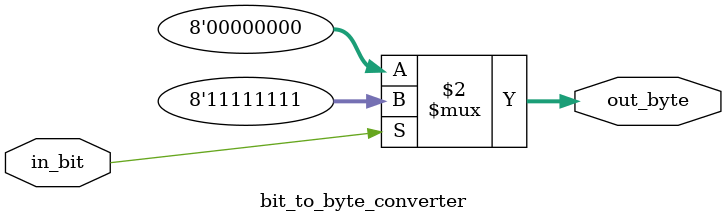
<source format=sv>
module bit_to_byte_converter (
  input logic in_bit,
  output logic [7:0] out_byte
);

always_comb begin
  out_byte = in_bit ? 8'hFF : 8'h00;
end

endmodule
</source>
